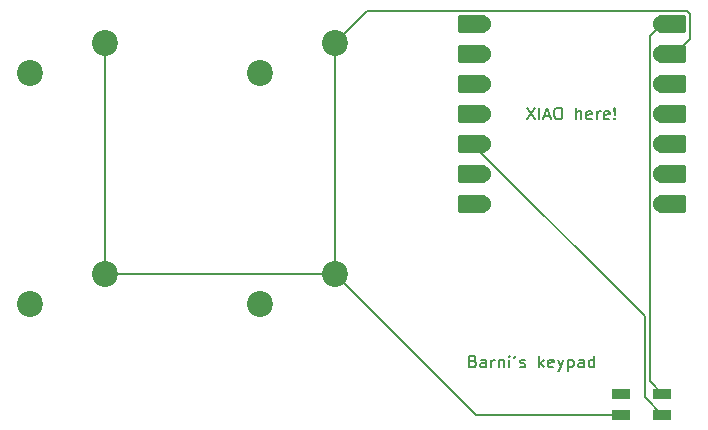
<source format=gbr>
%TF.GenerationSoftware,KiCad,Pcbnew,8.0.8*%
%TF.CreationDate,2025-02-15T15:34:16+01:00*%
%TF.ProjectId,Hacpad,48616370-6164-42e6-9b69-6361645f7063,rev?*%
%TF.SameCoordinates,Original*%
%TF.FileFunction,Copper,L1,Top*%
%TF.FilePolarity,Positive*%
%FSLAX46Y46*%
G04 Gerber Fmt 4.6, Leading zero omitted, Abs format (unit mm)*
G04 Created by KiCad (PCBNEW 8.0.8) date 2025-02-15 15:34:16*
%MOMM*%
%LPD*%
G01*
G04 APERTURE LIST*
G04 Aperture macros list*
%AMRoundRect*
0 Rectangle with rounded corners*
0 $1 Rounding radius*
0 $2 $3 $4 $5 $6 $7 $8 $9 X,Y pos of 4 corners*
0 Add a 4 corners polygon primitive as box body*
4,1,4,$2,$3,$4,$5,$6,$7,$8,$9,$2,$3,0*
0 Add four circle primitives for the rounded corners*
1,1,$1+$1,$2,$3*
1,1,$1+$1,$4,$5*
1,1,$1+$1,$6,$7*
1,1,$1+$1,$8,$9*
0 Add four rect primitives between the rounded corners*
20,1,$1+$1,$2,$3,$4,$5,0*
20,1,$1+$1,$4,$5,$6,$7,0*
20,1,$1+$1,$6,$7,$8,$9,0*
20,1,$1+$1,$8,$9,$2,$3,0*%
G04 Aperture macros list end*
%ADD10C,0.187500*%
%TA.AperFunction,NonConductor*%
%ADD11C,0.187500*%
%TD*%
%TA.AperFunction,ComponentPad*%
%ADD12C,2.200000*%
%TD*%
%TA.AperFunction,SMDPad,CuDef*%
%ADD13RoundRect,0.152400X1.063600X0.609600X-1.063600X0.609600X-1.063600X-0.609600X1.063600X-0.609600X0*%
%TD*%
%TA.AperFunction,ComponentPad*%
%ADD14C,1.524000*%
%TD*%
%TA.AperFunction,SMDPad,CuDef*%
%ADD15RoundRect,0.152400X-1.063600X-0.609600X1.063600X-0.609600X1.063600X0.609600X-1.063600X0.609600X0*%
%TD*%
%TA.AperFunction,SMDPad,CuDef*%
%ADD16R,1.600000X0.850000*%
%TD*%
%TA.AperFunction,Conductor*%
%ADD17C,0.200000*%
%TD*%
G04 APERTURE END LIST*
D10*
D11*
X93194783Y-81344059D02*
X93337640Y-81391678D01*
X93337640Y-81391678D02*
X93385259Y-81439297D01*
X93385259Y-81439297D02*
X93432878Y-81534535D01*
X93432878Y-81534535D02*
X93432878Y-81677392D01*
X93432878Y-81677392D02*
X93385259Y-81772630D01*
X93385259Y-81772630D02*
X93337640Y-81820250D01*
X93337640Y-81820250D02*
X93242402Y-81867869D01*
X93242402Y-81867869D02*
X92861450Y-81867869D01*
X92861450Y-81867869D02*
X92861450Y-80867869D01*
X92861450Y-80867869D02*
X93194783Y-80867869D01*
X93194783Y-80867869D02*
X93290021Y-80915488D01*
X93290021Y-80915488D02*
X93337640Y-80963107D01*
X93337640Y-80963107D02*
X93385259Y-81058345D01*
X93385259Y-81058345D02*
X93385259Y-81153583D01*
X93385259Y-81153583D02*
X93337640Y-81248821D01*
X93337640Y-81248821D02*
X93290021Y-81296440D01*
X93290021Y-81296440D02*
X93194783Y-81344059D01*
X93194783Y-81344059D02*
X92861450Y-81344059D01*
X94290021Y-81867869D02*
X94290021Y-81344059D01*
X94290021Y-81344059D02*
X94242402Y-81248821D01*
X94242402Y-81248821D02*
X94147164Y-81201202D01*
X94147164Y-81201202D02*
X93956688Y-81201202D01*
X93956688Y-81201202D02*
X93861450Y-81248821D01*
X94290021Y-81820250D02*
X94194783Y-81867869D01*
X94194783Y-81867869D02*
X93956688Y-81867869D01*
X93956688Y-81867869D02*
X93861450Y-81820250D01*
X93861450Y-81820250D02*
X93813831Y-81725011D01*
X93813831Y-81725011D02*
X93813831Y-81629773D01*
X93813831Y-81629773D02*
X93861450Y-81534535D01*
X93861450Y-81534535D02*
X93956688Y-81486916D01*
X93956688Y-81486916D02*
X94194783Y-81486916D01*
X94194783Y-81486916D02*
X94290021Y-81439297D01*
X94766212Y-81867869D02*
X94766212Y-81201202D01*
X94766212Y-81391678D02*
X94813831Y-81296440D01*
X94813831Y-81296440D02*
X94861450Y-81248821D01*
X94861450Y-81248821D02*
X94956688Y-81201202D01*
X94956688Y-81201202D02*
X95051926Y-81201202D01*
X95385260Y-81201202D02*
X95385260Y-81867869D01*
X95385260Y-81296440D02*
X95432879Y-81248821D01*
X95432879Y-81248821D02*
X95528117Y-81201202D01*
X95528117Y-81201202D02*
X95670974Y-81201202D01*
X95670974Y-81201202D02*
X95766212Y-81248821D01*
X95766212Y-81248821D02*
X95813831Y-81344059D01*
X95813831Y-81344059D02*
X95813831Y-81867869D01*
X96290022Y-81867869D02*
X96290022Y-81201202D01*
X96290022Y-80867869D02*
X96242403Y-80915488D01*
X96242403Y-80915488D02*
X96290022Y-80963107D01*
X96290022Y-80963107D02*
X96337641Y-80915488D01*
X96337641Y-80915488D02*
X96290022Y-80867869D01*
X96290022Y-80867869D02*
X96290022Y-80963107D01*
X96813831Y-80867869D02*
X96718593Y-81058345D01*
X97194783Y-81820250D02*
X97290021Y-81867869D01*
X97290021Y-81867869D02*
X97480497Y-81867869D01*
X97480497Y-81867869D02*
X97575735Y-81820250D01*
X97575735Y-81820250D02*
X97623354Y-81725011D01*
X97623354Y-81725011D02*
X97623354Y-81677392D01*
X97623354Y-81677392D02*
X97575735Y-81582154D01*
X97575735Y-81582154D02*
X97480497Y-81534535D01*
X97480497Y-81534535D02*
X97337640Y-81534535D01*
X97337640Y-81534535D02*
X97242402Y-81486916D01*
X97242402Y-81486916D02*
X97194783Y-81391678D01*
X97194783Y-81391678D02*
X97194783Y-81344059D01*
X97194783Y-81344059D02*
X97242402Y-81248821D01*
X97242402Y-81248821D02*
X97337640Y-81201202D01*
X97337640Y-81201202D02*
X97480497Y-81201202D01*
X97480497Y-81201202D02*
X97575735Y-81248821D01*
X98813831Y-81867869D02*
X98813831Y-80867869D01*
X98909069Y-81486916D02*
X99194783Y-81867869D01*
X99194783Y-81201202D02*
X98813831Y-81582154D01*
X100004307Y-81820250D02*
X99909069Y-81867869D01*
X99909069Y-81867869D02*
X99718593Y-81867869D01*
X99718593Y-81867869D02*
X99623355Y-81820250D01*
X99623355Y-81820250D02*
X99575736Y-81725011D01*
X99575736Y-81725011D02*
X99575736Y-81344059D01*
X99575736Y-81344059D02*
X99623355Y-81248821D01*
X99623355Y-81248821D02*
X99718593Y-81201202D01*
X99718593Y-81201202D02*
X99909069Y-81201202D01*
X99909069Y-81201202D02*
X100004307Y-81248821D01*
X100004307Y-81248821D02*
X100051926Y-81344059D01*
X100051926Y-81344059D02*
X100051926Y-81439297D01*
X100051926Y-81439297D02*
X99575736Y-81534535D01*
X100385260Y-81201202D02*
X100623355Y-81867869D01*
X100861450Y-81201202D02*
X100623355Y-81867869D01*
X100623355Y-81867869D02*
X100528117Y-82105964D01*
X100528117Y-82105964D02*
X100480498Y-82153583D01*
X100480498Y-82153583D02*
X100385260Y-82201202D01*
X101242403Y-81201202D02*
X101242403Y-82201202D01*
X101242403Y-81248821D02*
X101337641Y-81201202D01*
X101337641Y-81201202D02*
X101528117Y-81201202D01*
X101528117Y-81201202D02*
X101623355Y-81248821D01*
X101623355Y-81248821D02*
X101670974Y-81296440D01*
X101670974Y-81296440D02*
X101718593Y-81391678D01*
X101718593Y-81391678D02*
X101718593Y-81677392D01*
X101718593Y-81677392D02*
X101670974Y-81772630D01*
X101670974Y-81772630D02*
X101623355Y-81820250D01*
X101623355Y-81820250D02*
X101528117Y-81867869D01*
X101528117Y-81867869D02*
X101337641Y-81867869D01*
X101337641Y-81867869D02*
X101242403Y-81820250D01*
X102575736Y-81867869D02*
X102575736Y-81344059D01*
X102575736Y-81344059D02*
X102528117Y-81248821D01*
X102528117Y-81248821D02*
X102432879Y-81201202D01*
X102432879Y-81201202D02*
X102242403Y-81201202D01*
X102242403Y-81201202D02*
X102147165Y-81248821D01*
X102575736Y-81820250D02*
X102480498Y-81867869D01*
X102480498Y-81867869D02*
X102242403Y-81867869D01*
X102242403Y-81867869D02*
X102147165Y-81820250D01*
X102147165Y-81820250D02*
X102099546Y-81725011D01*
X102099546Y-81725011D02*
X102099546Y-81629773D01*
X102099546Y-81629773D02*
X102147165Y-81534535D01*
X102147165Y-81534535D02*
X102242403Y-81486916D01*
X102242403Y-81486916D02*
X102480498Y-81486916D01*
X102480498Y-81486916D02*
X102575736Y-81439297D01*
X103480498Y-81867869D02*
X103480498Y-80867869D01*
X103480498Y-81820250D02*
X103385260Y-81867869D01*
X103385260Y-81867869D02*
X103194784Y-81867869D01*
X103194784Y-81867869D02*
X103099546Y-81820250D01*
X103099546Y-81820250D02*
X103051927Y-81772630D01*
X103051927Y-81772630D02*
X103004308Y-81677392D01*
X103004308Y-81677392D02*
X103004308Y-81391678D01*
X103004308Y-81391678D02*
X103051927Y-81296440D01*
X103051927Y-81296440D02*
X103099546Y-81248821D01*
X103099546Y-81248821D02*
X103194784Y-81201202D01*
X103194784Y-81201202D02*
X103385260Y-81201202D01*
X103385260Y-81201202D02*
X103480498Y-81248821D01*
D10*
D11*
X97766212Y-59867869D02*
X98432878Y-60867869D01*
X98432878Y-59867869D02*
X97766212Y-60867869D01*
X98813831Y-60867869D02*
X98813831Y-59867869D01*
X99242402Y-60582154D02*
X99718592Y-60582154D01*
X99147164Y-60867869D02*
X99480497Y-59867869D01*
X99480497Y-59867869D02*
X99813830Y-60867869D01*
X100337640Y-59867869D02*
X100528116Y-59867869D01*
X100528116Y-59867869D02*
X100623354Y-59915488D01*
X100623354Y-59915488D02*
X100718592Y-60010726D01*
X100718592Y-60010726D02*
X100766211Y-60201202D01*
X100766211Y-60201202D02*
X100766211Y-60534535D01*
X100766211Y-60534535D02*
X100718592Y-60725011D01*
X100718592Y-60725011D02*
X100623354Y-60820250D01*
X100623354Y-60820250D02*
X100528116Y-60867869D01*
X100528116Y-60867869D02*
X100337640Y-60867869D01*
X100337640Y-60867869D02*
X100242402Y-60820250D01*
X100242402Y-60820250D02*
X100147164Y-60725011D01*
X100147164Y-60725011D02*
X100099545Y-60534535D01*
X100099545Y-60534535D02*
X100099545Y-60201202D01*
X100099545Y-60201202D02*
X100147164Y-60010726D01*
X100147164Y-60010726D02*
X100242402Y-59915488D01*
X100242402Y-59915488D02*
X100337640Y-59867869D01*
X101956688Y-60867869D02*
X101956688Y-59867869D01*
X102385259Y-60867869D02*
X102385259Y-60344059D01*
X102385259Y-60344059D02*
X102337640Y-60248821D01*
X102337640Y-60248821D02*
X102242402Y-60201202D01*
X102242402Y-60201202D02*
X102099545Y-60201202D01*
X102099545Y-60201202D02*
X102004307Y-60248821D01*
X102004307Y-60248821D02*
X101956688Y-60296440D01*
X103242402Y-60820250D02*
X103147164Y-60867869D01*
X103147164Y-60867869D02*
X102956688Y-60867869D01*
X102956688Y-60867869D02*
X102861450Y-60820250D01*
X102861450Y-60820250D02*
X102813831Y-60725011D01*
X102813831Y-60725011D02*
X102813831Y-60344059D01*
X102813831Y-60344059D02*
X102861450Y-60248821D01*
X102861450Y-60248821D02*
X102956688Y-60201202D01*
X102956688Y-60201202D02*
X103147164Y-60201202D01*
X103147164Y-60201202D02*
X103242402Y-60248821D01*
X103242402Y-60248821D02*
X103290021Y-60344059D01*
X103290021Y-60344059D02*
X103290021Y-60439297D01*
X103290021Y-60439297D02*
X102813831Y-60534535D01*
X103718593Y-60867869D02*
X103718593Y-60201202D01*
X103718593Y-60391678D02*
X103766212Y-60296440D01*
X103766212Y-60296440D02*
X103813831Y-60248821D01*
X103813831Y-60248821D02*
X103909069Y-60201202D01*
X103909069Y-60201202D02*
X104004307Y-60201202D01*
X104718593Y-60820250D02*
X104623355Y-60867869D01*
X104623355Y-60867869D02*
X104432879Y-60867869D01*
X104432879Y-60867869D02*
X104337641Y-60820250D01*
X104337641Y-60820250D02*
X104290022Y-60725011D01*
X104290022Y-60725011D02*
X104290022Y-60344059D01*
X104290022Y-60344059D02*
X104337641Y-60248821D01*
X104337641Y-60248821D02*
X104432879Y-60201202D01*
X104432879Y-60201202D02*
X104623355Y-60201202D01*
X104623355Y-60201202D02*
X104718593Y-60248821D01*
X104718593Y-60248821D02*
X104766212Y-60344059D01*
X104766212Y-60344059D02*
X104766212Y-60439297D01*
X104766212Y-60439297D02*
X104290022Y-60534535D01*
X105194784Y-60772630D02*
X105242403Y-60820250D01*
X105242403Y-60820250D02*
X105194784Y-60867869D01*
X105194784Y-60867869D02*
X105147165Y-60820250D01*
X105147165Y-60820250D02*
X105194784Y-60772630D01*
X105194784Y-60772630D02*
X105194784Y-60867869D01*
X105194784Y-60486916D02*
X105147165Y-59915488D01*
X105147165Y-59915488D02*
X105194784Y-59867869D01*
X105194784Y-59867869D02*
X105242403Y-59915488D01*
X105242403Y-59915488D02*
X105194784Y-60486916D01*
X105194784Y-60486916D02*
X105194784Y-59867869D01*
D12*
%TO.P,SW2,1,1*%
%TO.N,GND*%
X81540000Y-54420000D03*
%TO.P,SW2,2,2*%
%TO.N,Net-(U1-GPIO2{slash}SCK)*%
X75190000Y-56960000D03*
%TD*%
%TO.P,SW3,1,1*%
%TO.N,GND*%
X62040000Y-73920000D03*
%TO.P,SW3,2,2*%
%TO.N,Net-(U1-GPIO4{slash}MISO)*%
X55690000Y-76460000D03*
%TD*%
%TO.P,SW1,1,1*%
%TO.N,GND*%
X62040000Y-54420000D03*
%TO.P,SW1,2,2*%
%TO.N,Net-(U1-GPIO1{slash}RX)*%
X55690000Y-56960000D03*
%TD*%
D13*
%TO.P,U1,1,GPIO26/ADC0/A0*%
%TO.N,unconnected-(U1-GPIO26{slash}ADC0{slash}A0-Pad1)*%
X93165000Y-52760000D03*
D14*
X94000000Y-52760000D03*
D13*
%TO.P,U1,2,GPIO27/ADC1/A1*%
%TO.N,unconnected-(U1-GPIO27{slash}ADC1{slash}A1-Pad2)*%
X93165000Y-55300000D03*
D14*
X94000000Y-55300000D03*
D13*
%TO.P,U1,3,GPIO28/ADC2/A2*%
%TO.N,unconnected-(U1-GPIO28{slash}ADC2{slash}A2-Pad3)*%
X93165000Y-57840000D03*
D14*
X94000000Y-57840000D03*
D13*
%TO.P,U1,4,GPIO29/ADC3/A3*%
%TO.N,unconnected-(U1-GPIO29{slash}ADC3{slash}A3-Pad4)*%
X93165000Y-60380000D03*
D14*
X94000000Y-60380000D03*
D13*
%TO.P,U1,5,GPIO6/SDA*%
%TO.N,Net-(D1-DIN)*%
X93165000Y-62920000D03*
D14*
X94000000Y-62920000D03*
D13*
%TO.P,U1,6,GPIO7/SCL*%
%TO.N,unconnected-(U1-GPIO7{slash}SCL-Pad6)*%
X93165000Y-65460000D03*
D14*
X94000000Y-65460000D03*
D13*
%TO.P,U1,7,GPIO0/TX*%
%TO.N,unconnected-(U1-GPIO0{slash}TX-Pad7)*%
X93165000Y-68000000D03*
D14*
X94000000Y-68000000D03*
%TO.P,U1,8,GPIO1/RX*%
%TO.N,Net-(U1-GPIO1{slash}RX)*%
X109240000Y-68000000D03*
D15*
X110075000Y-68000000D03*
D14*
%TO.P,U1,9,GPIO2/SCK*%
%TO.N,Net-(U1-GPIO2{slash}SCK)*%
X109240000Y-65460000D03*
D15*
X110075000Y-65460000D03*
D14*
%TO.P,U1,10,GPIO4/MISO*%
%TO.N,Net-(U1-GPIO4{slash}MISO)*%
X109240000Y-62920000D03*
D15*
X110075000Y-62920000D03*
D14*
%TO.P,U1,11,GPIO3/MOSI*%
%TO.N,Net-(U1-GPIO3{slash}MOSI)*%
X109240000Y-60380000D03*
D15*
X110075000Y-60380000D03*
D14*
%TO.P,U1,12,3V3*%
%TO.N,unconnected-(U1-3V3-Pad12)*%
X109240000Y-57840000D03*
D15*
X110075000Y-57840000D03*
D14*
%TO.P,U1,13,GND*%
%TO.N,GND*%
X109240000Y-55300000D03*
D15*
X110075000Y-55300000D03*
D14*
%TO.P,U1,14,VBUS*%
%TO.N,+5V*%
X109240000Y-52760000D03*
D15*
X110075000Y-52760000D03*
%TD*%
D12*
%TO.P,SW4,1,1*%
%TO.N,GND*%
X81540000Y-73920000D03*
%TO.P,SW4,2,2*%
%TO.N,Net-(U1-GPIO3{slash}MOSI)*%
X75190000Y-76460000D03*
%TD*%
D16*
%TO.P,D1,1,DOUT*%
%TO.N,unconnected-(D1-DOUT-Pad1)*%
X105750000Y-84125000D03*
%TO.P,D1,2,VSS*%
%TO.N,GND*%
X105750000Y-85875000D03*
%TO.P,D1,3,DIN*%
%TO.N,Net-(D1-DIN)*%
X109250000Y-85875000D03*
%TO.P,D1,4,VDD*%
%TO.N,+5V*%
X109250000Y-84125000D03*
%TD*%
D17*
%TO.N,GND*%
X111591000Y-51958786D02*
X111330214Y-51698000D01*
X109240000Y-55300000D02*
X110317630Y-55300000D01*
X105750000Y-85875000D02*
X93495000Y-85875000D01*
X81540000Y-73920000D02*
X62040000Y-73920000D01*
X111591000Y-54026630D02*
X111591000Y-51958786D01*
X93495000Y-85875000D02*
X81540000Y-73920000D01*
X111330214Y-51698000D02*
X84262000Y-51698000D01*
X81540000Y-73920000D02*
X81540000Y-54420000D01*
X110317630Y-55300000D02*
X111591000Y-54026630D01*
X84262000Y-51698000D02*
X81540000Y-54420000D01*
X62040000Y-54420000D02*
X62040000Y-73920000D01*
%TO.N,+5V*%
X108178000Y-83053000D02*
X108178000Y-53822000D01*
X109250000Y-84125000D02*
X108178000Y-83053000D01*
X108178000Y-53822000D02*
X109240000Y-52760000D01*
%TO.N,Net-(D1-DIN)*%
X107778000Y-77533000D02*
X93165000Y-62920000D01*
X109250000Y-85875000D02*
X107778000Y-84403000D01*
X107778000Y-84403000D02*
X107778000Y-77533000D01*
%TD*%
M02*

</source>
